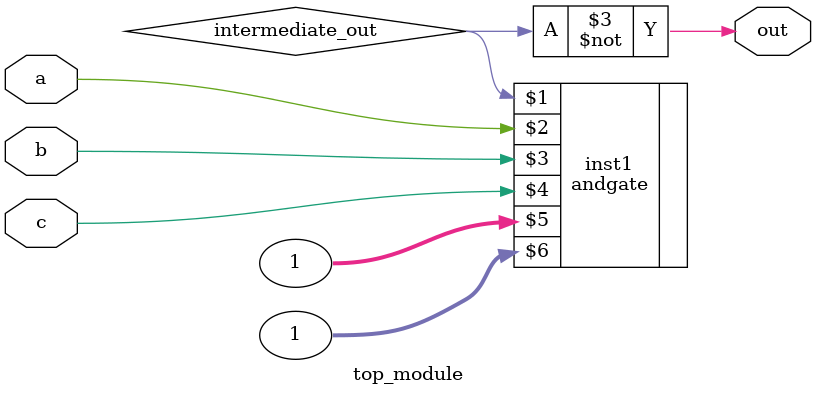
<source format=v>
module top_module (input a, input b, input c, output out);//
	wire intermediate_out;
    andgate inst1 ( intermediate_out,  a, b, c, 1, 1 );
	assign out = ~intermediate_out;
endmodule


</source>
